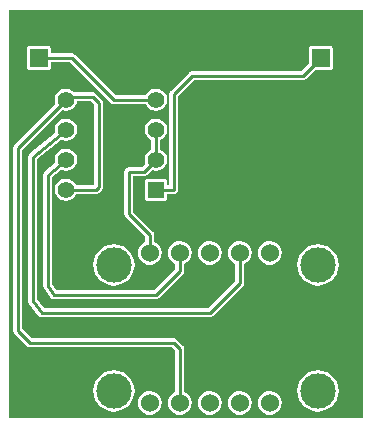
<source format=gtl>
G04 ---------------------------- Layer name :TOP LAYER*
G04 EasyEDA v5.3.14, Mon, 30 Apr 2018 16:42:48 GMT*
G04 Gerber Generator version 0.2*
G04 Scale: 100 percent, Rotated: No, Reflected: No *
G04 Dimensions in inches *
G04 leading zeros omitted , absolute positions ,2 integer and 4 decimal *
%FSLAX24Y24*%
%MOIN*%
G90*
G70D02*

%ADD10C,0.010000*%
%ADD11C,0.118000*%
%ADD12C,0.060000*%
%ADD13R,0.055000X0.055000*%
%ADD14C,0.055000*%
%ADD15R,0.060000X0.060000*%

%LPD*%
G36*
G01X0Y0D02*
G01X0Y13600D01*
G01X11800Y13600D01*
G01X11800Y0D01*
G01X0Y0D01*
G37*

%LPC*%
G36*
G01X6730Y5101D02*
G01X6846Y5128D01*
G01X6950Y5188D01*
G01X7030Y5273D01*
G01X7081Y5382D01*
G01X7100Y5500D01*
G01X7081Y5617D01*
G01X7030Y5726D01*
G01X6950Y5811D01*
G01X6846Y5871D01*
G01X6730Y5898D01*
G01X6610Y5890D01*
G01X6500Y5846D01*
G01X6406Y5771D01*
G01X6339Y5673D01*
G01X6303Y5559D01*
G01X6303Y5440D01*
G01X6339Y5326D01*
G01X6406Y5228D01*
G01X6500Y5153D01*
G01X6610Y5109D01*
G01X6730Y5101D01*
G37*
G36*
G01X5730Y101D02*
G01X5846Y128D01*
G01X5950Y188D01*
G01X6030Y273D01*
G01X6081Y382D01*
G01X6100Y500D01*
G01X6081Y617D01*
G01X6030Y726D01*
G01X5950Y811D01*
G01X5850Y869D01*
G01X5850Y2300D01*
G01X5847Y2323D01*
G01X5842Y2346D01*
G01X5834Y2367D01*
G01X5822Y2388D01*
G01X5806Y2405D01*
G01X5606Y2605D01*
G01X5588Y2621D01*
G01X5568Y2634D01*
G01X5546Y2642D01*
G01X5523Y2648D01*
G01X5500Y2650D01*
G01X761Y2650D01*
G01X450Y2961D01*
G01X450Y8938D01*
G01X1765Y10253D01*
G01X1784Y10244D01*
G01X1900Y10226D01*
G01X2015Y10244D01*
G01X2119Y10298D01*
G01X2201Y10380D01*
G01X2255Y10484D01*
G01X2265Y10550D01*
G01X2738Y10550D01*
G01X2850Y10438D01*
G01X2850Y7761D01*
G01X2838Y7750D01*
G01X2238Y7750D01*
G01X2201Y7819D01*
G01X2119Y7901D01*
G01X2015Y7955D01*
G01X1900Y7973D01*
G01X1784Y7955D01*
G01X1680Y7901D01*
G01X1598Y7819D01*
G01X1544Y7715D01*
G01X1526Y7600D01*
G01X1544Y7484D01*
G01X1598Y7380D01*
G01X1680Y7298D01*
G01X1784Y7244D01*
G01X1900Y7226D01*
G01X2015Y7244D01*
G01X2119Y7298D01*
G01X2201Y7380D01*
G01X2238Y7450D01*
G01X2900Y7450D01*
G01X2923Y7451D01*
G01X2946Y7457D01*
G01X2967Y7465D01*
G01X2988Y7478D01*
G01X3005Y7494D01*
G01X3105Y7594D01*
G01X3121Y7611D01*
G01X3134Y7632D01*
G01X3142Y7653D01*
G01X3148Y7676D01*
G01X3150Y7700D01*
G01X3150Y10500D01*
G01X3148Y10523D01*
G01X3142Y10546D01*
G01X3134Y10567D01*
G01X3121Y10588D01*
G01X3105Y10605D01*
G01X2905Y10805D01*
G01X2888Y10821D01*
G01X2867Y10834D01*
G01X2846Y10842D01*
G01X2823Y10848D01*
G01X2800Y10850D01*
G01X2171Y10850D01*
G01X2119Y10901D01*
G01X2015Y10955D01*
G01X1900Y10973D01*
G01X1784Y10955D01*
G01X1680Y10901D01*
G01X1598Y10819D01*
G01X1544Y10715D01*
G01X1526Y10600D01*
G01X1544Y10484D01*
G01X1553Y10465D01*
G01X194Y9105D01*
G01X178Y9088D01*
G01X165Y9067D01*
G01X157Y9046D01*
G01X151Y9023D01*
G01X150Y9000D01*
G01X150Y2900D01*
G01X151Y2876D01*
G01X157Y2853D01*
G01X165Y2832D01*
G01X178Y2811D01*
G01X194Y2794D01*
G01X594Y2394D01*
G01X611Y2378D01*
G01X632Y2365D01*
G01X653Y2357D01*
G01X676Y2351D01*
G01X700Y2350D01*
G01X5438Y2350D01*
G01X5550Y2238D01*
G01X5550Y865D01*
G01X5500Y846D01*
G01X5406Y771D01*
G01X5339Y673D01*
G01X5303Y559D01*
G01X5303Y440D01*
G01X5339Y326D01*
G01X5406Y228D01*
G01X5500Y153D01*
G01X5610Y109D01*
G01X5730Y101D01*
G37*
G36*
G01X6730Y101D02*
G01X6846Y128D01*
G01X6950Y188D01*
G01X7030Y273D01*
G01X7081Y382D01*
G01X7100Y500D01*
G01X7081Y617D01*
G01X7030Y726D01*
G01X6950Y811D01*
G01X6846Y871D01*
G01X6730Y898D01*
G01X6610Y890D01*
G01X6500Y846D01*
G01X6406Y771D01*
G01X6339Y673D01*
G01X6303Y559D01*
G01X6303Y440D01*
G01X6339Y326D01*
G01X6406Y228D01*
G01X6500Y153D01*
G01X6610Y109D01*
G01X6730Y101D01*
G37*
G36*
G01X7730Y101D02*
G01X7846Y128D01*
G01X7950Y188D01*
G01X8030Y273D01*
G01X8081Y382D01*
G01X8100Y500D01*
G01X8081Y617D01*
G01X8030Y726D01*
G01X7950Y811D01*
G01X7846Y871D01*
G01X7730Y898D01*
G01X7610Y890D01*
G01X7500Y846D01*
G01X7406Y771D01*
G01X7339Y673D01*
G01X7303Y559D01*
G01X7303Y440D01*
G01X7339Y326D01*
G01X7406Y228D01*
G01X7500Y153D01*
G01X7610Y109D01*
G01X7730Y101D01*
G37*
G36*
G01X8730Y101D02*
G01X8846Y128D01*
G01X8950Y188D01*
G01X9030Y273D01*
G01X9081Y382D01*
G01X9100Y500D01*
G01X9081Y617D01*
G01X9030Y726D01*
G01X8950Y811D01*
G01X8846Y871D01*
G01X8730Y898D01*
G01X8610Y890D01*
G01X8500Y846D01*
G01X8406Y771D01*
G01X8339Y673D01*
G01X8303Y559D01*
G01X8303Y440D01*
G01X8339Y326D01*
G01X8406Y228D01*
G01X8500Y153D01*
G01X8610Y109D01*
G01X8730Y101D01*
G37*
G36*
G01X3500Y209D02*
G01X3653Y228D01*
G01X3800Y278D01*
G01X3930Y359D01*
G01X4040Y469D01*
G01X4121Y600D01*
G01X4171Y746D01*
G01X4190Y900D01*
G01X4171Y1053D01*
G01X4121Y1200D01*
G01X4040Y1330D01*
G01X3930Y1440D01*
G01X3800Y1521D01*
G01X3653Y1571D01*
G01X3500Y1590D01*
G01X3346Y1571D01*
G01X3200Y1521D01*
G01X3069Y1440D01*
G01X2959Y1330D01*
G01X2878Y1200D01*
G01X2828Y1053D01*
G01X2809Y900D01*
G01X2828Y746D01*
G01X2878Y600D01*
G01X2959Y469D01*
G01X3069Y359D01*
G01X3200Y278D01*
G01X3346Y228D01*
G01X3500Y209D01*
G37*
G36*
G01X10300Y209D02*
G01X10453Y228D01*
G01X10600Y278D01*
G01X10730Y359D01*
G01X10839Y469D01*
G01X10922Y600D01*
G01X10972Y746D01*
G01X10989Y900D01*
G01X10972Y1053D01*
G01X10922Y1200D01*
G01X10839Y1330D01*
G01X10730Y1440D01*
G01X10600Y1521D01*
G01X10453Y1571D01*
G01X10300Y1590D01*
G01X10146Y1571D01*
G01X10000Y1521D01*
G01X9869Y1440D01*
G01X9760Y1330D01*
G01X9677Y1200D01*
G01X9627Y1053D01*
G01X9610Y900D01*
G01X9627Y746D01*
G01X9677Y600D01*
G01X9760Y469D01*
G01X9869Y359D01*
G01X10000Y278D01*
G01X10146Y228D01*
G01X10300Y209D01*
G37*
G36*
G01X1100Y3350D02*
G01X6700Y3350D01*
G01X6723Y3351D01*
G01X6746Y3357D01*
G01X6768Y3365D01*
G01X6788Y3378D01*
G01X6806Y3394D01*
G01X7806Y4394D01*
G01X7822Y4411D01*
G01X7834Y4432D01*
G01X7842Y4453D01*
G01X7847Y4476D01*
G01X7850Y4500D01*
G01X7850Y5130D01*
G01X7950Y5188D01*
G01X8030Y5273D01*
G01X8081Y5382D01*
G01X8100Y5500D01*
G01X8081Y5617D01*
G01X8030Y5726D01*
G01X7950Y5811D01*
G01X7846Y5871D01*
G01X7730Y5898D01*
G01X7610Y5890D01*
G01X7500Y5846D01*
G01X7406Y5771D01*
G01X7339Y5673D01*
G01X7303Y5559D01*
G01X7303Y5440D01*
G01X7339Y5326D01*
G01X7406Y5228D01*
G01X7500Y5153D01*
G01X7550Y5134D01*
G01X7550Y4561D01*
G01X6638Y3650D01*
G01X1173Y3650D01*
G01X950Y3950D01*
G01X950Y8630D01*
G01X1732Y9269D01*
G01X1784Y9244D01*
G01X1900Y9226D01*
G01X2015Y9244D01*
G01X2119Y9298D01*
G01X2201Y9380D01*
G01X2255Y9484D01*
G01X2273Y9600D01*
G01X2255Y9715D01*
G01X2201Y9819D01*
G01X2119Y9901D01*
G01X2015Y9955D01*
G01X1900Y9973D01*
G01X1784Y9955D01*
G01X1680Y9901D01*
G01X1598Y9819D01*
G01X1544Y9715D01*
G01X1526Y9600D01*
G01X1542Y9500D01*
G01X705Y8815D01*
G01X686Y8798D01*
G01X669Y8776D01*
G01X659Y8751D01*
G01X651Y8726D01*
G01X650Y8700D01*
G01X650Y3900D01*
G01X651Y3880D01*
G01X653Y3861D01*
G01X669Y3826D01*
G01X680Y3809D01*
G01X980Y3409D01*
G01X998Y3390D01*
G01X1019Y3371D01*
G01X1046Y3359D01*
G01X1071Y3351D01*
G01X1100Y3350D01*
G37*
G36*
G01X4900Y10226D02*
G01X5015Y10244D01*
G01X5119Y10298D01*
G01X5202Y10380D01*
G01X5256Y10484D01*
G01X5273Y10600D01*
G01X5256Y10715D01*
G01X5202Y10819D01*
G01X5119Y10901D01*
G01X5015Y10955D01*
G01X4900Y10973D01*
G01X4784Y10955D01*
G01X4680Y10901D01*
G01X4598Y10819D01*
G01X4561Y10750D01*
G01X3561Y10750D01*
G01X2205Y12105D01*
G01X2188Y12121D01*
G01X2167Y12134D01*
G01X2146Y12142D01*
G01X2123Y12148D01*
G01X2100Y12150D01*
G01X1400Y12150D01*
G01X1400Y12300D01*
G01X1396Y12330D01*
G01X1380Y12357D01*
G01X1357Y12380D01*
G01X1330Y12396D01*
G01X1300Y12400D01*
G01X700Y12400D01*
G01X669Y12396D01*
G01X642Y12380D01*
G01X619Y12357D01*
G01X603Y12330D01*
G01X600Y12300D01*
G01X600Y11700D01*
G01X603Y11669D01*
G01X619Y11642D01*
G01X642Y11619D01*
G01X669Y11603D01*
G01X700Y11600D01*
G01X1300Y11600D01*
G01X1330Y11603D01*
G01X1357Y11619D01*
G01X1380Y11642D01*
G01X1396Y11669D01*
G01X1400Y11700D01*
G01X1400Y11850D01*
G01X2038Y11850D01*
G01X3394Y10494D01*
G01X3411Y10478D01*
G01X3432Y10465D01*
G01X3453Y10457D01*
G01X3476Y10451D01*
G01X3500Y10450D01*
G01X4561Y10450D01*
G01X4598Y10380D01*
G01X4680Y10298D01*
G01X4784Y10244D01*
G01X4900Y10226D01*
G37*
G36*
G01X1500Y3950D02*
G01X4900Y3950D01*
G01X4923Y3951D01*
G01X4946Y3957D01*
G01X4968Y3965D01*
G01X4988Y3978D01*
G01X5006Y3994D01*
G01X5806Y4794D01*
G01X5822Y4811D01*
G01X5834Y4832D01*
G01X5842Y4853D01*
G01X5847Y4876D01*
G01X5850Y4900D01*
G01X5850Y5130D01*
G01X5950Y5188D01*
G01X6030Y5273D01*
G01X6081Y5382D01*
G01X6100Y5500D01*
G01X6081Y5617D01*
G01X6030Y5726D01*
G01X5950Y5811D01*
G01X5846Y5871D01*
G01X5730Y5898D01*
G01X5610Y5890D01*
G01X5500Y5846D01*
G01X5406Y5771D01*
G01X5339Y5673D01*
G01X5303Y5559D01*
G01X5303Y5440D01*
G01X5339Y5326D01*
G01X5406Y5228D01*
G01X5500Y5153D01*
G01X5550Y5134D01*
G01X5550Y4961D01*
G01X4838Y4250D01*
G01X1580Y4250D01*
G01X1450Y4444D01*
G01X1450Y8028D01*
G01X1738Y8267D01*
G01X1784Y8244D01*
G01X1900Y8226D01*
G01X2015Y8244D01*
G01X2119Y8298D01*
G01X2201Y8380D01*
G01X2255Y8484D01*
G01X2273Y8600D01*
G01X2255Y8715D01*
G01X2201Y8819D01*
G01X2119Y8901D01*
G01X2015Y8955D01*
G01X1900Y8973D01*
G01X1784Y8955D01*
G01X1680Y8901D01*
G01X1598Y8819D01*
G01X1544Y8715D01*
G01X1526Y8600D01*
G01X1542Y8498D01*
G01X1203Y8215D01*
G01X1186Y8196D01*
G01X1169Y8176D01*
G01X1159Y8151D01*
G01X1151Y8126D01*
G01X1150Y8100D01*
G01X1150Y4400D01*
G01X1151Y4382D01*
G01X1153Y4365D01*
G01X1159Y4348D01*
G01X1165Y4332D01*
G01X1176Y4315D01*
G01X1376Y4015D01*
G01X1394Y3994D01*
G01X1415Y3976D01*
G01X1442Y3961D01*
G01X1469Y3951D01*
G01X1500Y3950D01*
G37*
G36*
G01X4626Y7223D02*
G01X5176Y7223D01*
G01X5206Y7228D01*
G01X5234Y7244D01*
G01X5256Y7265D01*
G01X5272Y7294D01*
G01X5276Y7323D01*
G01X5276Y7450D01*
G01X5500Y7450D01*
G01X5546Y7457D01*
G01X5588Y7478D01*
G01X5622Y7511D01*
G01X5642Y7553D01*
G01X5650Y7600D01*
G01X5650Y10738D01*
G01X6161Y11250D01*
G01X9800Y11250D01*
G01X9823Y11251D01*
G01X9846Y11257D01*
G01X9868Y11265D01*
G01X9888Y11278D01*
G01X9906Y11294D01*
G01X10211Y11600D01*
G01X10700Y11600D01*
G01X10730Y11603D01*
G01X10757Y11619D01*
G01X10780Y11642D01*
G01X10796Y11669D01*
G01X10800Y11700D01*
G01X10800Y12300D01*
G01X10796Y12330D01*
G01X10780Y12357D01*
G01X10757Y12380D01*
G01X10730Y12396D01*
G01X10700Y12400D01*
G01X10100Y12400D01*
G01X10069Y12396D01*
G01X10042Y12380D01*
G01X10019Y12357D01*
G01X10003Y12330D01*
G01X10000Y12300D01*
G01X10000Y11811D01*
G01X9738Y11550D01*
G01X6100Y11550D01*
G01X6076Y11548D01*
G01X6053Y11542D01*
G01X6031Y11534D01*
G01X6011Y11521D01*
G01X5993Y11505D01*
G01X5393Y10905D01*
G01X5377Y10888D01*
G01X5365Y10867D01*
G01X5357Y10846D01*
G01X5352Y10823D01*
G01X5350Y10800D01*
G01X5350Y7750D01*
G01X5276Y7750D01*
G01X5276Y7873D01*
G01X5272Y7903D01*
G01X5256Y7932D01*
G01X5234Y7953D01*
G01X5206Y7969D01*
G01X5176Y7973D01*
G01X4626Y7973D01*
G01X4596Y7969D01*
G01X4567Y7953D01*
G01X4546Y7932D01*
G01X4530Y7903D01*
G01X4526Y7873D01*
G01X4526Y7323D01*
G01X4530Y7294D01*
G01X4546Y7265D01*
G01X4567Y7244D01*
G01X4596Y7228D01*
G01X4626Y7223D01*
G37*
G36*
G01X3500Y4409D02*
G01X3653Y4428D01*
G01X3800Y4478D01*
G01X3930Y4559D01*
G01X4040Y4669D01*
G01X4121Y4800D01*
G01X4171Y4946D01*
G01X4190Y5100D01*
G01X4171Y5253D01*
G01X4121Y5400D01*
G01X4040Y5530D01*
G01X3930Y5640D01*
G01X3800Y5721D01*
G01X3653Y5771D01*
G01X3500Y5790D01*
G01X3346Y5771D01*
G01X3200Y5721D01*
G01X3069Y5640D01*
G01X2959Y5530D01*
G01X2878Y5400D01*
G01X2828Y5253D01*
G01X2809Y5100D01*
G01X2828Y4946D01*
G01X2878Y4800D01*
G01X2959Y4669D01*
G01X3069Y4559D01*
G01X3200Y4478D01*
G01X3346Y4428D01*
G01X3500Y4409D01*
G37*
G36*
G01X10300Y4409D02*
G01X10453Y4428D01*
G01X10600Y4478D01*
G01X10730Y4559D01*
G01X10839Y4669D01*
G01X10922Y4800D01*
G01X10972Y4946D01*
G01X10989Y5100D01*
G01X10972Y5253D01*
G01X10922Y5400D01*
G01X10839Y5530D01*
G01X10730Y5640D01*
G01X10600Y5721D01*
G01X10453Y5771D01*
G01X10300Y5790D01*
G01X10146Y5771D01*
G01X10000Y5721D01*
G01X9869Y5640D01*
G01X9760Y5530D01*
G01X9677Y5400D01*
G01X9627Y5253D01*
G01X9610Y5100D01*
G01X9627Y4946D01*
G01X9677Y4800D01*
G01X9760Y4669D01*
G01X9869Y4559D01*
G01X10000Y4478D01*
G01X10146Y4428D01*
G01X10300Y4409D01*
G37*
G36*
G01X8730Y5101D02*
G01X8846Y5128D01*
G01X8950Y5188D01*
G01X9030Y5273D01*
G01X9081Y5382D01*
G01X9100Y5500D01*
G01X9081Y5617D01*
G01X9030Y5726D01*
G01X8950Y5811D01*
G01X8846Y5871D01*
G01X8730Y5898D01*
G01X8610Y5890D01*
G01X8500Y5846D01*
G01X8406Y5771D01*
G01X8339Y5673D01*
G01X8303Y5559D01*
G01X8303Y5440D01*
G01X8339Y5326D01*
G01X8406Y5228D01*
G01X8500Y5153D01*
G01X8610Y5109D01*
G01X8730Y5101D01*
G37*
G36*
G01X4730Y101D02*
G01X4846Y128D01*
G01X4950Y188D01*
G01X5030Y273D01*
G01X5081Y382D01*
G01X5100Y500D01*
G01X5081Y617D01*
G01X5030Y726D01*
G01X4950Y811D01*
G01X4846Y871D01*
G01X4730Y898D01*
G01X4610Y890D01*
G01X4500Y846D01*
G01X4405Y771D01*
G01X4340Y673D01*
G01X4303Y559D01*
G01X4303Y440D01*
G01X4340Y326D01*
G01X4405Y228D01*
G01X4500Y153D01*
G01X4610Y109D01*
G01X4730Y101D01*
G37*
G36*
G01X4730Y5101D02*
G01X4846Y5128D01*
G01X4950Y5188D01*
G01X5030Y5273D01*
G01X5081Y5382D01*
G01X5100Y5500D01*
G01X5081Y5617D01*
G01X5030Y5726D01*
G01X4950Y5811D01*
G01X4850Y5869D01*
G01X4850Y6100D01*
G01X4847Y6123D01*
G01X4842Y6146D01*
G01X4834Y6167D01*
G01X4822Y6188D01*
G01X4806Y6205D01*
G01X4150Y6861D01*
G01X4150Y8050D01*
G01X4500Y8050D01*
G01X4523Y8051D01*
G01X4546Y8057D01*
G01X4567Y8065D01*
G01X4588Y8078D01*
G01X4606Y8094D01*
G01X4765Y8253D01*
G01X4784Y8244D01*
G01X4900Y8226D01*
G01X5015Y8244D01*
G01X5119Y8298D01*
G01X5202Y8380D01*
G01X5256Y8484D01*
G01X5273Y8600D01*
G01X5256Y8715D01*
G01X5202Y8819D01*
G01X5119Y8901D01*
G01X5050Y8938D01*
G01X5050Y9261D01*
G01X5119Y9298D01*
G01X5202Y9380D01*
G01X5256Y9484D01*
G01X5273Y9600D01*
G01X5256Y9715D01*
G01X5202Y9819D01*
G01X5119Y9901D01*
G01X5015Y9955D01*
G01X4900Y9973D01*
G01X4784Y9955D01*
G01X4680Y9901D01*
G01X4598Y9819D01*
G01X4544Y9715D01*
G01X4526Y9600D01*
G01X4544Y9484D01*
G01X4598Y9380D01*
G01X4680Y9298D01*
G01X4750Y9261D01*
G01X4750Y8938D01*
G01X4680Y8901D01*
G01X4598Y8819D01*
G01X4544Y8715D01*
G01X4526Y8600D01*
G01X4544Y8484D01*
G01X4553Y8465D01*
G01X4438Y8350D01*
G01X4000Y8350D01*
G01X3953Y8342D01*
G01X3911Y8321D01*
G01X3878Y8288D01*
G01X3857Y8246D01*
G01X3850Y8200D01*
G01X3850Y6800D01*
G01X3851Y6776D01*
G01X3857Y6753D01*
G01X3865Y6732D01*
G01X3878Y6711D01*
G01X3894Y6694D01*
G01X4550Y6038D01*
G01X4550Y5865D01*
G01X4500Y5846D01*
G01X4405Y5771D01*
G01X4340Y5673D01*
G01X4303Y5559D01*
G01X4303Y5440D01*
G01X4340Y5326D01*
G01X4405Y5228D01*
G01X4500Y5153D01*
G01X4610Y5109D01*
G01X4730Y5101D01*
G37*

%LPD*%
G54D10*
G01X5700Y500D02*
G01X5700Y2300D01*
G01X5500Y2500D01*
G01X700Y2500D01*
G01X300Y2900D01*
G01X300Y9000D01*
G01X1900Y10600D01*
G01X4900Y10600D02*
G01X3500Y10600D01*
G01X2100Y12000D01*
G01X1200Y12000D01*
G01X1000Y12000D01*
G01X4900Y7600D02*
G01X5500Y7600D01*
G01X5500Y8200D01*
G01X5500Y10800D01*
G01X6100Y11400D01*
G01X9800Y11400D01*
G01X10400Y12000D01*
G01X4900Y9600D02*
G01X4900Y8600D01*
G01X1900Y7600D02*
G01X2900Y7600D01*
G01X3000Y7700D01*
G01X3000Y10500D01*
G01X2800Y10700D01*
G01X2000Y10700D01*
G01X1900Y10600D01*
G01X4700Y5500D02*
G01X4700Y6100D01*
G01X4000Y6800D01*
G01X4000Y8200D01*
G01X4500Y8200D01*
G01X4900Y8600D01*
G01X5700Y5500D02*
G01X5700Y4900D01*
G01X4900Y4100D01*
G01X1500Y4100D01*
G01X1300Y4400D01*
G01X1300Y8100D01*
G01X1900Y8600D01*
G01X7700Y5500D02*
G01X7700Y4500D01*
G01X6700Y3500D01*
G01X1100Y3500D01*
G01X800Y3900D01*
G01X800Y8700D01*
G01X1900Y9600D01*
G54D12*
G01X4700Y5500D03*
G01X5700Y5500D03*
G01X6700Y5500D03*
G01X7700Y5500D03*
G01X8700Y5500D03*
G01X8700Y500D03*
G01X7700Y500D03*
G01X6700Y500D03*
G01X5700Y500D03*
G01X4700Y500D03*
G54D13*
G01X4900Y7600D03*
G54D14*
G01X4900Y8600D03*
G01X4900Y9600D03*
G01X4900Y10600D03*
G01X1900Y10600D03*
G01X1900Y9600D03*
G01X1900Y8600D03*
G01X1900Y7600D03*
G54D15*
G01X1000Y12000D03*
G01X10400Y12000D03*
G54D11*
G01X10300Y5100D03*
G01X10300Y900D03*
G01X3500Y5100D03*
G01X3500Y900D03*
M00*
M02*

</source>
